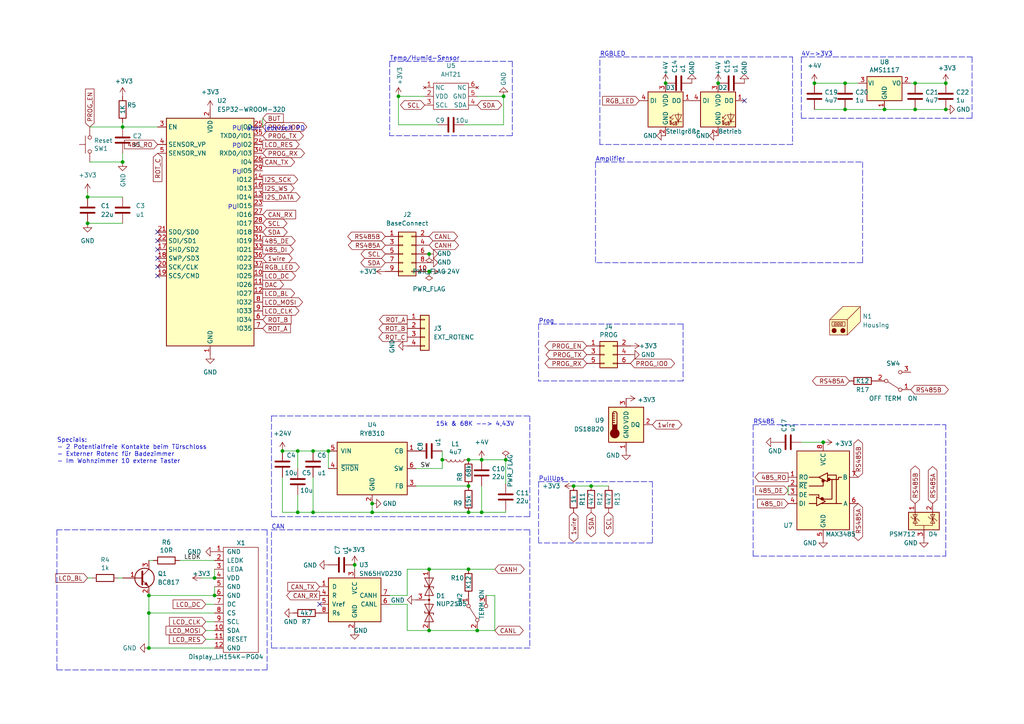
<source format=kicad_sch>
(kicad_sch (version 20211123) (generator eeschema)
  (paper "A4")
  (junction (at 236.22 24.13))
  (junction (at 314.96 54.61))
  (junction (at 124.46 73.66))
  (junction (at 107.95 148.59))
  (junction (at 43.18 187.96))
  (junction (at 193.04 24.13))
  (junction (at 352.425 128.27))
  (junction (at 135.89 148.59))
  (junction (at 307.34 149.86))
  (junction (at 265.43 31.75))
  (junction (at 138.43 182.88))
  (junction (at 107.95 146.05))
  (junction (at 62.23 172.72))
  (junction (at 124.46 165.1))
  (junction (at 314.96 72.39))
  (junction (at 115.57 27.94))
  (junction (at 124.46 78.74))
  (junction (at 135.89 165.1))
  (junction (at 81.915 130.81))
  (junction (at 95.25 130.81))
  (junction (at 245.11 24.13))
  (junction (at 139.7 133.35))
  (junction (at 361.315 135.89))
  (junction (at 245.11 31.75))
  (junction (at 329.565 139.7))
  (junction (at 86.36 130.81))
  (junction (at 208.28 24.13))
  (junction (at 139.7 148.59))
  (junction (at 146.685 133.35))
  (junction (at 35.56 46.99))
  (junction (at 314.96 46.99))
  (junction (at 43.18 177.8))
  (junction (at 128.27 133.35))
  (junction (at 314.96 67.31))
  (junction (at 25.4 57.15))
  (junction (at 25.4 64.77))
  (junction (at 322.58 158.75))
  (junction (at 323.85 46.99))
  (junction (at 124.46 182.88))
  (junction (at 166.37 140.97))
  (junction (at 43.18 172.72))
  (junction (at 171.45 140.97))
  (junction (at 238.76 128.27))
  (junction (at 274.32 24.13))
  (junction (at 135.89 140.97))
  (junction (at 102.87 163.83))
  (junction (at 62.23 167.64))
  (junction (at 90.805 130.81))
  (junction (at 135.89 133.35))
  (junction (at 341.63 161.29))
  (junction (at 307.34 168.91))
  (junction (at 265.43 24.13))
  (junction (at 274.32 31.75))
  (junction (at 90.805 148.59))
  (junction (at 340.36 156.21))
  (junction (at 361.315 128.27))
  (junction (at 86.36 148.59))
  (junction (at 35.56 36.83))
  (junction (at 256.54 31.75))
  (junction (at 146.05 27.94))
  (no_connect (at 215.9 29.21))
  (no_connect (at 92.71 175.26))
  (no_connect (at 45.72 72.39))
  (no_connect (at 45.72 69.85))
  (no_connect (at 45.72 67.31))
  (no_connect (at 45.72 80.01))
  (no_connect (at 45.72 77.47))
  (no_connect (at 45.72 74.93))
  (wire (pts (xy 340.36 149.86) (xy 340.36 156.21)))
  (wire (pts (xy 43.18 177.8) (xy 43.18 172.72)))
  (wire (pts (xy 171.45 140.97) (xy 176.53 140.97)))
  (wire (pts (xy 43.18 177.8) (xy 62.23 177.8)))
  (wire (pts (xy 307.34 149.86) (xy 307.34 156.21)))
  (wire (pts (xy 329.565 139.7) (xy 299.72 139.7)))
  (wire (pts (xy 323.85 57.15) (xy 320.04 57.15)))
  (wire (pts (xy 340.36 168.91) (xy 307.34 168.91)))
  (wire (pts (xy 81.915 148.59) (xy 86.36 148.59)))
  (polyline (pts (xy 78.74 153.67) (xy 153.67 153.67)))
  (wire (pts (xy 322.58 158.75) (xy 322.58 149.86)))
  (wire (pts (xy 299.72 128.27) (xy 309.88 128.27)))
  (wire (pts (xy 135.89 133.35) (xy 139.7 133.35)))
  (wire (pts (xy 322.58 149.86) (xy 314.96 149.86)))
  (wire (pts (xy 245.11 24.13) (xy 248.92 24.13)))
  (polyline (pts (xy 77.47 153.67) (xy 77.47 194.31)))
  (polyline (pts (xy 274.32 161.29) (xy 274.32 123.19)))
  (polyline (pts (xy 232.41 16.51) (xy 281.94 16.51)))
  (wire (pts (xy 62.23 170.18) (xy 62.23 172.72)))
  (polyline (pts (xy 281.94 16.51) (xy 281.94 34.29)))
  (wire (pts (xy 314.96 67.31) (xy 313.69 67.31)))
  (wire (pts (xy 86.36 130.81) (xy 81.915 130.81)))
  (polyline (pts (xy 173.99 41.91) (xy 173.99 16.51)))
  (wire (pts (xy 35.56 36.83) (xy 26.035 36.83)))
  (wire (pts (xy 245.11 31.75) (xy 236.22 31.75)))
  (wire (pts (xy 118.11 182.88) (xy 124.46 182.88)))
  (wire (pts (xy 139.7 148.59) (xy 139.7 140.97)))
  (wire (pts (xy 95.25 130.81) (xy 90.805 130.81)))
  (wire (pts (xy 138.43 27.94) (xy 146.05 27.94)))
  (polyline (pts (xy 189.23 139.7) (xy 189.23 157.48)))
  (wire (pts (xy 35.56 167.64) (xy 34.29 167.64)))
  (wire (pts (xy 349.885 139.7) (xy 349.885 128.27)))
  (wire (pts (xy 327.66 133.35) (xy 329.565 133.35)))
  (wire (pts (xy 62.23 187.96) (xy 43.18 187.96)))
  (wire (pts (xy 135.89 165.1) (xy 143.51 165.1)))
  (wire (pts (xy 59.69 175.26) (xy 62.23 175.26)))
  (wire (pts (xy 107.95 148.59) (xy 107.95 146.05)))
  (polyline (pts (xy 148.59 17.78) (xy 148.59 39.37)))
  (polyline (pts (xy 156.21 139.7) (xy 156.21 157.48)))
  (wire (pts (xy 128.27 130.81) (xy 128.27 133.35)))
  (wire (pts (xy 337.82 135.89) (xy 337.82 133.35)))
  (polyline (pts (xy 153.67 149.86) (xy 153.67 120.65)))
  (polyline (pts (xy 297.18 144.78) (xy 354.33 144.78)))
  (polyline (pts (xy 339.09 40.64) (xy 339.09 92.71)))
  (wire (pts (xy 120.65 135.89) (xy 128.27 135.89)))
  (wire (pts (xy 115.57 36.195) (xy 127 36.195)))
  (wire (pts (xy 274.32 31.75) (xy 265.43 31.75)))
  (wire (pts (xy 43.18 187.96) (xy 43.18 177.8)))
  (wire (pts (xy 341.63 158.75) (xy 341.63 161.29)))
  (wire (pts (xy 123.19 27.94) (xy 115.57 27.94)))
  (polyline (pts (xy 153.67 187.96) (xy 78.74 187.96)))
  (wire (pts (xy 228.6 140.97) (xy 228.6 143.51)))
  (polyline (pts (xy 156.21 139.7) (xy 189.23 139.7)))
  (wire (pts (xy 325.12 161.29) (xy 322.58 161.29)))
  (wire (pts (xy 86.36 130.81) (xy 90.805 130.81)))
  (wire (pts (xy 314.96 72.39) (xy 313.69 72.39)))
  (wire (pts (xy 320.04 57.15) (xy 320.04 54.61)))
  (wire (pts (xy 146.05 36.195) (xy 134.62 36.195)))
  (polyline (pts (xy 281.94 34.29) (xy 232.41 34.29)))
  (polyline (pts (xy 198.12 93.98) (xy 198.12 110.49)))
  (polyline (pts (xy 78.74 120.65) (xy 78.74 149.86)))
  (polyline (pts (xy 198.12 110.49) (xy 156.21 110.49)))
  (polyline (pts (xy 113.03 17.78) (xy 148.59 17.78)))
  (wire (pts (xy 86.36 148.59) (xy 90.805 148.59)))
  (polyline (pts (xy 78.74 187.96) (xy 78.74 153.67)))
  (wire (pts (xy 62.23 167.64) (xy 62.23 165.1)))
  (wire (pts (xy 59.69 180.34) (xy 62.23 180.34)))
  (wire (pts (xy 124.46 182.88) (xy 138.43 182.88)))
  (wire (pts (xy 166.37 140.97) (xy 171.45 140.97)))
  (wire (pts (xy 340.36 161.29) (xy 341.63 161.29)))
  (wire (pts (xy 329.565 133.35) (xy 329.565 139.7)))
  (polyline (pts (xy 250.19 46.99) (xy 250.19 76.2)))
  (wire (pts (xy 330.2 64.77) (xy 330.2 67.31)))
  (wire (pts (xy 76.2 34.29) (xy 76.2 36.83)))
  (wire (pts (xy 138.43 182.88) (xy 143.51 182.88)))
  (wire (pts (xy 59.69 182.88) (xy 62.23 182.88)))
  (wire (pts (xy 62.23 162.56) (xy 52.07 162.56)))
  (wire (pts (xy 146.685 148.59) (xy 146.685 147.955)))
  (wire (pts (xy 124.46 165.1) (xy 118.11 165.1)))
  (polyline (pts (xy 297.18 144.78) (xy 297.18 175.26)))
  (wire (pts (xy 35.56 46.99) (xy 26.035 46.99)))
  (wire (pts (xy 320.04 54.61) (xy 314.96 54.61)))
  (wire (pts (xy 140.97 172.72) (xy 143.51 172.72)))
  (polyline (pts (xy 218.44 123.19) (xy 274.32 123.19)))
  (wire (pts (xy 325.12 156.21) (xy 325.12 149.86)))
  (polyline (pts (xy 172.72 46.99) (xy 250.19 46.99)))
  (wire (pts (xy 44.45 162.56) (xy 43.18 162.56)))
  (wire (pts (xy 62.23 172.72) (xy 43.18 172.72)))
  (wire (pts (xy 95.25 130.81) (xy 95.25 135.89)))
  (wire (pts (xy 325.12 149.86) (xy 340.36 149.86)))
  (wire (pts (xy 25.4 167.64) (xy 26.67 167.64)))
  (polyline (pts (xy 354.33 175.26) (xy 297.18 175.26)))
  (wire (pts (xy 327.66 135.89) (xy 337.82 135.89)))
  (wire (pts (xy 236.22 24.13) (xy 245.11 24.13)))
  (wire (pts (xy 143.51 172.72) (xy 143.51 182.88)))
  (polyline (pts (xy 250.19 76.2) (xy 172.72 76.2)))
  (wire (pts (xy 264.16 24.13) (xy 265.43 24.13)))
  (wire (pts (xy 314.96 46.99) (xy 313.69 46.99)))
  (wire (pts (xy 340.36 156.21) (xy 340.36 158.75)))
  (polyline (pts (xy 113.03 17.78) (xy 113.03 39.37)))
  (wire (pts (xy 25.4 55.88) (xy 25.4 57.15)))
  (wire (pts (xy 238.76 128.27) (xy 232.41 128.27)))
  (wire (pts (xy 352.425 128.27) (xy 361.315 128.27)))
  (wire (pts (xy 139.7 133.35) (xy 146.685 133.35)))
  (wire (pts (xy 35.56 44.45) (xy 35.56 46.99)))
  (polyline (pts (xy 77.47 153.67) (xy 16.51 153.67)))
  (wire (pts (xy 102.87 165.1) (xy 102.87 163.83)))
  (polyline (pts (xy 304.8 40.64) (xy 339.09 40.64)))
  (polyline (pts (xy 339.09 92.71) (xy 304.8 92.71)))
  (wire (pts (xy 35.56 36.83) (xy 45.72 36.83)))
  (wire (pts (xy 120.65 140.97) (xy 135.89 140.97)))
  (wire (pts (xy 340.36 156.21) (xy 341.63 156.21)))
  (wire (pts (xy 107.95 148.59) (xy 90.805 148.59)))
  (wire (pts (xy 332.74 46.99) (xy 332.74 43.18)))
  (wire (pts (xy 323.85 46.99) (xy 314.96 46.99)))
  (polyline (pts (xy 232.41 34.29) (xy 232.41 16.51)))
  (wire (pts (xy 124.46 165.1) (xy 135.89 165.1)))
  (wire (pts (xy 118.11 172.72) (xy 113.03 172.72)))
  (polyline (pts (xy 78.74 120.65) (xy 153.67 120.65)))
  (wire (pts (xy 349.885 128.27) (xy 352.425 128.27)))
  (polyline (pts (xy 229.87 41.91) (xy 173.99 41.91)))
  (wire (pts (xy 90.805 138.43) (xy 90.805 148.59)))
  (wire (pts (xy 323.85 46.99) (xy 332.74 46.99)))
  (polyline (pts (xy 16.51 194.31) (xy 77.47 194.31)))
  (wire (pts (xy 256.54 31.75) (xy 245.11 31.75)))
  (wire (pts (xy 25.4 64.77) (xy 35.56 64.77)))
  (wire (pts (xy 118.11 175.26) (xy 118.11 182.88)))
  (polyline (pts (xy 156.21 93.98) (xy 156.21 110.49)))
  (wire (pts (xy 139.7 148.59) (xy 146.685 148.59)))
  (wire (pts (xy 113.03 175.26) (xy 118.11 175.26)))
  (polyline (pts (xy 218.44 161.29) (xy 274.32 161.29)))
  (polyline (pts (xy 78.74 149.86) (xy 153.67 149.86)))
  (wire (pts (xy 146.05 27.94) (xy 146.05 36.195)))
  (polyline (pts (xy 189.23 157.48) (xy 156.21 157.48)))
  (wire (pts (xy 118.11 165.1) (xy 118.11 172.72)))
  (polyline (pts (xy 218.44 161.29) (xy 218.44 123.19)))
  (wire (pts (xy 86.36 135.89) (xy 86.36 130.81)))
  (wire (pts (xy 35.56 36.83) (xy 35.56 35.56)))
  (wire (pts (xy 146.685 140.335) (xy 146.685 133.35)))
  (wire (pts (xy 135.89 148.59) (xy 107.95 148.59)))
  (wire (pts (xy 329.565 139.7) (xy 349.885 139.7)))
  (polyline (pts (xy 16.51 153.67) (xy 16.51 194.31)))
  (wire (pts (xy 128.27 135.89) (xy 128.27 133.35)))
  (wire (pts (xy 265.43 31.75) (xy 256.54 31.75)))
  (wire (pts (xy 352.425 135.89) (xy 361.315 135.89)))
  (wire (pts (xy 327.66 128.27) (xy 337.82 128.27)))
  (wire (pts (xy 340.36 161.29) (xy 340.36 168.91)))
  (wire (pts (xy 299.72 149.86) (xy 299.72 152.4)))
  (polyline (pts (xy 173.99 16.51) (xy 229.87 16.51)))
  (wire (pts (xy 115.57 27.94) (xy 115.57 36.195)))
  (wire (pts (xy 322.58 161.29) (xy 322.58 158.75)))
  (wire (pts (xy 25.4 57.15) (xy 35.56 57.15)))
  (wire (pts (xy 265.43 24.13) (xy 274.32 24.13)))
  (polyline (pts (xy 198.12 93.98) (xy 156.21 93.98)))
  (polyline (pts (xy 229.87 16.51) (xy 229.87 41.91)))
  (polyline (pts (xy 172.72 46.99) (xy 172.72 76.2)))
  (wire (pts (xy 59.69 185.42) (xy 62.23 185.42)))
  (wire (pts (xy 337.82 128.27) (xy 337.82 130.81)))
  (polyline (pts (xy 354.33 144.78) (xy 354.33 175.26)))
  (polyline (pts (xy 304.8 40.64) (xy 304.8 92.71)))
  (wire (pts (xy 299.72 139.7) (xy 299.72 128.27)))
  (wire (pts (xy 62.23 167.64) (xy 58.42 167.64)))
  (polyline (pts (xy 148.59 39.37) (xy 113.03 39.37)))
  (polyline (pts (xy 153.67 153.67) (xy 153.67 187.96)))
  (wire (pts (xy 86.36 143.51) (xy 86.36 148.59)))
  (wire (pts (xy 135.89 148.59) (xy 139.7 148.59)))
  (wire (pts (xy 81.915 138.43) (xy 81.915 148.59)))
  (text "Prog" (at 156.21 93.98 0) (effects (font (size 1.27 1.27)) (justify left bottom)))
  (text "0-10V Out" (at 297.18 144.78 0) (effects (font (size 1.27 1.27)) (justify left bottom)))
  (text "PullUps" (at 156.21 139.7 0) (effects (font (size 1.27 1.27)) (justify left bottom)))
  (text "15k & 68K --> 4,43V" (at 126.365 123.825 0) (effects (font (size 1.27 1.27)) (justify left bottom)))
  (text "PU, aber jederzeit PD" (at 67.31 38.1 0) (effects (font (size 1.27 1.27)) (justify left bottom)))
  (text "PU" (at 66.04 60.96 0) (effects (font (size 1.27 1.27)) (justify left bottom)))
  (text "PD" (at 67.31 43.18 0) (effects (font (size 1.27 1.27)) (justify left bottom)))
  (text "Temp/Humid-Sensor" (at 113.03 17.78 0) (effects (font (size 1.27 1.27)) (justify left bottom)))
  (text "RGBLED" (at 173.99 16.51 0) (effects (font (size 1.27 1.27)) (justify left bottom)))
  (text "4V->3V3" (at 232.41 16.51 0) (effects (font (size 1.27 1.27)) (justify left bottom)))
  (text "PU" (at 67.31 50.8 0) (effects (font (size 1.27 1.27)) (justify left bottom)))
  (text "Amplifier" (at 172.72 46.99 0) (effects (font (size 1.27 1.27)) (justify left bottom)))
  (text "Specials:\n- 2 Potentialfreie Kontakte beim Türschloss\n- Externer Rotenc für Badezimmer\n- Im Wohnzimmer 10 externe Taster" (at 16.51 134.62 0) (effects (font (size 1.27 1.27)) (justify left bottom)))
  (text "CAN" (at 78.74 153.67 0) (effects (font (size 1.27 1.27)) (justify left bottom)))
  (text "RS485" (at 218.44 123.19 0) (effects (font (size 1.27 1.27)) (justify left bottom)))
  (label "VoN" (at 330.835 135.89 0))
  (label "SW" (at 121.92 135.89 0))
  (label "VoP" (at 330.835 128.27 0))
  (label "LEDK" (at 53.34 162.56 0))
  (global_label "ROT_B" (shape input) (at 76.2 92.71 0) (property "Intersheet References" "${INTERSHEET_REFS}" (effects hide)))
  (global_label "RGB_LED" (shape output) (at 76.2 77.47 0) (property "Intersheet References" "${INTERSHEET_REFS}" (effects hide)))
  (global_label "485_DE" (shape output) (at 76.2 69.85 0) (property "Intersheet References" "${INTERSHEET_REFS}" (effects hide)))
  (global_label "I2S_DATA" (shape output) (at 76.2 57.15 0) (property "Intersheet References" "${INTERSHEET_REFS}" (effects hide)))
  (global_label "CAN_RX" (shape output) (at 92.71 172.72 180) (property "Intersheet References" "${INTERSHEET_REFS}" (effects hide)))
  (global_label "SDA" (shape bidirectional) (at 111.76 76.2 180) (property "Intersheet References" "${INTERSHEET_REFS}" (effects hide)))
  (global_label "PROG_IO0" (shape bidirectional) (at 182.88 105.41 0) (property "Intersheet References" "${INTERSHEET_REFS}" (effects hide)))
  (global_label "ROT_A" (shape output) (at 313.69 72.39 180) (property "Intersheet References" "${INTERSHEET_REFS}" (effects hide)))
  (global_label "485_RO" (shape output) (at 228.6 138.43 180) (property "Intersheet References" "${INTERSHEET_REFS}" (effects hide)))
  (global_label "CAN_RX" (shape input) (at 76.2 62.23 0) (property "Intersheet References" "${INTERSHEET_REFS}" (effects hide)))
  (global_label "RS485B" (shape bidirectional) (at 264.16 113.03 0) (property "Intersheet References" "${INTERSHEET_REFS}" (effects hide)))
  (global_label "PROG_TX" (shape bidirectional) (at 170.18 102.87 180) (property "Intersheet References" "${INTERSHEET_REFS}" (effects hide)))
  (global_label "I2S_SCK" (shape output) (at 76.2 52.07 0) (property "Intersheet References" "${INTERSHEET_REFS}" (effects hide)))
  (global_label "CANL" (shape bidirectional) (at 124.46 68.58 0) (property "Intersheet References" "${INTERSHEET_REFS}" (effects hide)))
  (global_label "RS485A" (shape bidirectional) (at 111.76 71.12 180) (property "Intersheet References" "${INTERSHEET_REFS}" (effects hide)))
  (global_label "LCD_DC" (shape output) (at 76.2 80.01 0) (property "Intersheet References" "${INTERSHEET_REFS}" (effects hide)))
  (global_label "LCD_MOSI" (shape input) (at 59.69 182.88 180) (property "Intersheet References" "${INTERSHEET_REFS}" (effects hide)))
  (global_label "CAN_TX" (shape input) (at 92.71 170.18 180) (property "Intersheet References" "${INTERSHEET_REFS}" (effects hide)))
  (global_label "SCL" (shape bidirectional) (at 123.19 30.48 180) (property "Intersheet References" "${INTERSHEET_REFS}" (effects hide)))
  (global_label "LCD_RES" (shape output) (at 76.2 41.91 0) (property "Intersheet References" "${INTERSHEET_REFS}" (effects hide)))
  (global_label "DAC" (shape output) (at 76.2 82.55 0) (property "Intersheet References" "${INTERSHEET_REFS}" (effects hide)))
  (global_label "CANH" (shape bidirectional) (at 124.46 71.12 0) (property "Intersheet References" "${INTERSHEET_REFS}" (effects hide)))
  (global_label "SDA" (shape bidirectional) (at 138.43 30.48 0) (property "Intersheet References" "${INTERSHEET_REFS}" (effects hide)))
  (global_label "ROT_A" (shape input) (at 76.2 95.25 0) (property "Intersheet References" "${INTERSHEET_REFS}" (effects hide)))
  (global_label "LCD_RES" (shape input) (at 59.69 185.42 180) (property "Intersheet References" "${INTERSHEET_REFS}" (effects hide)))
  (global_label "BUT" (shape output) (at 313.69 46.99 180) (property "Intersheet References" "${INTERSHEET_REFS}" (effects hide)))
  (global_label "ROT_A" (shape output) (at 118.11 92.71 180) (property "Intersheet References" "${INTERSHEET_REFS}" (effects hide)))
  (global_label "LCD_CLK" (shape output) (at 76.2 90.17 0) (property "Intersheet References" "${INTERSHEET_REFS}" (effects hide)))
  (global_label "PROG_RX" (shape bidirectional) (at 76.2 44.45 0) (property "Intersheet References" "${INTERSHEET_REFS}" (effects hide)))
  (global_label "LCD_CLK" (shape input) (at 59.69 180.34 180) (property "Intersheet References" "${INTERSHEET_REFS}" (effects hide)))
  (global_label "LCD_MOSI" (shape output) (at 76.2 87.63 0) (property "Intersheet References" "${INTERSHEET_REFS}" (effects hide)))
  (global_label "I2S_DATA" (shape input) (at 309.88 135.89 180) (property "Intersheet References" "${INTERSHEET_REFS}" (effects hide)))
  (global_label "PROG_RX" (shape bidirectional) (at 170.18 105.41 180) (property "Intersheet References" "${INTERSHEET_REFS}" (effects hide)))
  (global_label "BUT" (shape input) (at 76.2 34.29 0) (property "Intersheet References" "${INTERSHEET_REFS}" (effects hide)))
  (global_label "CAN_TX" (shape output) (at 76.2 46.99 0) (property "Intersheet References" "${INTERSHEET_REFS}" (effects hide)))
  (global_label "PROG_IO0" (shape bidirectional) (at 76.2 36.83 0) (property "Intersheet References" "${INTERSHEET_REFS}" (effects hide)))
  (global_label "SCL" (shape bidirectional) (at 76.2 64.77 0) (property "Intersheet References" "${INTERSHEET_REFS}" (effects hide)))
  (global_label "485_DI" (shape input) (at 228.6 146.05 180) (property "Intersheet References" "${INTERSHEET_REFS}" (effects hide)))
  (global_label "1wire" (shape bidirectional) (at 166.37 148.59 270) (property "Intersheet References" "${INTERSHEET_REFS}" (effects hide)))
  (global_label "ROT_B" (shape output) (at 118.11 95.25 180) (property "Intersheet References" "${INTERSHEET_REFS}" (effects hide)))
  (global_label "ROT_C" (shape output) (at 330.2 67.31 0) (property "Intersheet References" "${INTERSHEET_REFS}" (effects hide)))
  (global_label "PROG_EN" (shape input) (at 26.035 36.83 90) (property "Intersheet References" "${INTERSHEET_REFS}" (effects hide)))
  (global_label "ROT_C" (shape output) (at 118.11 97.79 180) (property "Intersheet References" "${INTERSHEET_REFS}" (effects hide)))
  (global_label "PROG_TX" (shape bidirectional) (at 76.2 39.37 0) (property "Intersheet References" "${INTERSHEET_REFS}" (effects hide)))
  (global_label "I2S_SCK" (shape input) (at 309.88 133.35 180) (property "Intersheet References" "${INTERSHEET_REFS}" (effects hide)))
  (global_label "RS485A" (shape bidirectional) (at 270.51 146.05 90) (property "Intersheet References" "${INTERSHEET_REFS}" (effects hide)))
  (global_label "ROT_B" (shape output) (at 313.69 67.31 180) (property "Intersheet References" "${INTERSHEET_REFS}" (effects hide)))
  (global_label "RS485A" (shape bidirectional) (at 246.38 110.49 180) (property "Intersheet References" "${INTERSHEET_REFS}" (effects hide)))
  (global_label "SDA" (shape bidirectional) (at 171.45 148.59 270) (property "Intersheet References" "${INTERSHEET_REFS}" (effects hide)))
  (global_label "LCD_DC" (shape input) (at 59.69 175.26 180) (property "Intersheet References" "${INTERSHEET_REFS}" (effects hide)))
  (global_label "LCD_BL" (shape output) (at 76.2 85.09 0) (property "Intersheet References" "${INTERSHEET_REFS}" (effects hide)))
  (global_label "485_DE" (shape input) (at 228.6 142.24 180) (property "Intersheet References" "${INTERSHEET_REFS}" (effects hide)))
  (global_label "SDA" (shape bidirectional) (at 76.2 67.31 0) (property "Intersheet References" "${INTERSHEET_REFS}" (effects hide)))
  (global_label "RGB_LED" (shape input) (at 185.42 29.21 180) (property "Intersheet References" "${INTERSHEET_REFS}" (effects hide)))
  (global_label "LCD_BL" (shape input) (at 25.4 167.64 180) (property "Intersheet References" "${INTERSHEET_REFS}" (effects hide)))
  (global_label "PROG_EN" (shape bidirectional) (at 170.18 100.33 180) (property "Intersheet References" "${INTERSHEET_REFS}" (effects hide)))
  (global_label "DAC" (shape input) (at 307.34 161.29 180) (property "Intersheet References" "${INTERSHEET_REFS}" (effects hide)))
  (global_label "SCL" (shape bidirectional) (at 176.53 148.59 270) (property "Intersheet References" "${INTERSHEET_REFS}" (effects hide)))
  (global_label "CANL" (shape bidirectional) (at 143.51 182.88 0) (property "Intersheet References" "${INTERSHEET_REFS}" (effects hide)))
  (global_label "1wire" (shape bidirectional) (at 76.2 74.93 0) (property "Intersheet References" "${INTERSHEET_REFS}" (effects hide)))
  (global_label "ROT_C" (shape input) (at 45.72 44.45 270) (property "Intersheet References" "${INTERSHEET_REFS}" (effects hide)))
  (global_label "CANH" (shape bidirectional) (at 143.51 165.1 0) (property "Intersheet References" "${INTERSHEET_REFS}" (effects hide)))
  (global_label "I2S_WS" (shape output) (at 76.2 54.61 0) (property "Intersheet References" "${INTERSHEET_REFS}" (effects hide)))
  (global_label "RS485B" (shape bidirectional) (at 248.92 138.43 90) (property "Intersheet References" "${INTERSHEET_REFS}" (effects hide)))
  (global_label "485_DI" (shape output) (at 76.2 72.39 0) (property "Intersheet References" "${INTERSHEET_REFS}" (effects hide)))
  (global_label "RS485A" (shape bidirectional) (at 248.92 146.05 270) (property "Intersheet References" "${INTERSHEET_REFS}" (effects hide)))
  (global_label "RS485B" (shape bidirectional) (at 265.43 146.05 90) (property "Intersheet References" "${INTERSHEET_REFS}" (effects hide)))
  (global_label "1wire" (shape bidirectional) (at 189.23 123.19 0) (property "Intersheet References" "${INTERSHEET_REFS}" (effects hide)))
  (global_label "485_RO" (shape input) (at 45.72 41.91 180) (property "Intersheet References" "${INTERSHEET_REFS}" (effects hide)))
  (global_label "RS485B" (shape bidirectional) (at 111.76 68.58 180) (property "Intersheet References" "${INTERSHEET_REFS}" (effects hide)))
  (global_label "I2S_WS" (shape input) (at 309.88 130.81 180) (property "Intersheet References" "${INTERSHEET_REFS}" (effects hide)))
  (global_label "SCL" (shape bidirectional) (at 111.76 73.66 180) (property "Intersheet References" "${INTERSHEET_REFS}" (effects hide)))
  (symbol (lib_id "Amplifier_Operational:LM358") (at 332.74 158.75 0) (mirror x) (unit 2)
    (property "Reference" "U1" (at 332.74 153.67 0))
    (property "Value" "LM358" (at 334.01 163.83 0))
    (property "Footprint" "Package_SO:SOIC-8_3.9x4.9mm_P1.27mm" (effects hide))
    (property "Datasheet" "http://www.ti.com/lit/ds/symlink/lm2904-n.pdf" (effects hide))
  )
  (symbol (lib_id "power:+24V") (at 124.46 78.74 270) (unit 1)
    (property "Reference" "#PWR019" (effects hide))
    (property "Value" "+24V" (at 133.35 78.74 90) (effects (justify right)))
  )
  (symbol (lib_id "Switch:SW_SPDT") (at 138.43 177.8 90) (unit 1)
    (property "Reference" "SW2" (at 133.35 173.99 0))
    (property "Value" "TERM ON" (at 139.7 175.26 0))
    (property "Footprint" "liebler_MECH:Switch_SS12D00" (effects hide))
  )
  (symbol (lib_id "liebler_SEMICONDUCTORS:AHT21") (at 130.81 27.94 0) (unit 1)
    (property "Reference" "U5" (at 130.81 19.05 0))
    (property "Value" "AHT21" (at 130.81 21.59 0))
    (property "Footprint" "liebler_SEMICONDUCTORS:AHT21" (effects hide))
  )
  (symbol (lib_id "power:+24V") (at 359.41 152.4 0) (unit 1)
    (property "Reference" "#PWR059" (effects hide))
    (property "Value" "+24V" (at 359.41 147.32 0))
  )
  (symbol (lib_id "power:GND") (at 107.95 146.05 90) (unit 1)
    (property "Reference" "#PWR018" (effects hide))
    (property "Value" "GND" (at 113.03 146.05 90))
  )
  (symbol (lib_id "LED:APA-106-F5") (at 208.28 31.75 0) (unit 1)
    (property "Reference" "D2" (at 208.28 25.4 0) (effects (justify left)))
    (property "Value" "Betrieb" (at 208.28 38.1 0) (effects (justify left)))
    (property "Footprint" "LED_THT:LED_D5.0mm-4_RGB_Staggered_Pins" (effects hide))
    (property "Datasheet" "https://cdn.sparkfun.com/datasheets/Components/LED/COM-12877.pdf" (effects hide))
  )
  (symbol (lib_id "Switch:SW_SPDT") (at 259.08 110.49 0) (mirror x) (unit 1)
    (property "Reference" "SW4" (at 259.08 105.41 0))
    (property "Value" "OFF TERM  ON" (at 259.08 115.57 0))
    (property "Footprint" "liebler_MECH:Switch_SS12D00" (effects hide))
  )
  (symbol (lib_id "power:+3V3") (at 238.76 128.27 270) (unit 1)
    (property "Reference" "#PWR043" (effects hide))
    (property "Value" "+3V3" (at 242.0112 128.651 90) (effects (justify left)))
  )
  (symbol (lib_id "Device:C") (at 314.96 50.8 180) (unit 1)
    (property "Reference" "C23" (at 317.881 49.6316 0) (effects (justify right)))
    (property "Value" "u1" (at 317.881 51.943 0) (effects (justify right)))
    (property "Footprint" "Capacitor_SMD:C_0402_1005Metric" (effects hide))
  )
  (symbol (lib_id "Device:R") (at 30.48 167.64 270) (unit 1)
    (property "Reference" "R4" (at 30.48 162.3822 90))
    (property "Value" "1k" (at 30.48 164.6936 90))
    (property "Footprint" "Resistor_SMD:R_0402_1005Metric" (effects hide))
  )
  (symbol (lib_id "power:GND") (at 274.32 31.75 90) (unit 1)
    (property "Reference" "#PWR051" (effects hide))
    (property "Value" "GND" (at 279.4 31.75 90))
  )
  (symbol (lib_id "Device:C") (at 35.56 60.96 0) (unit 1)
    (property "Reference" "C3" (at 39.37 59.6899 0) (effects (justify left)))
    (property "Value" "u1" (at 39.37 62.2299 0) (effects (justify left)))
    (property "Footprint" "Capacitor_SMD:C_0402_1005Metric" (effects hide))
  )
  (symbol (lib_id "Device:C") (at 361.315 132.08 0) (unit 1)
    (property "Reference" "C13" (at 364.236 130.9116 0) (effects (justify left)))
    (property "Value" "100u" (at 364.236 133.223 0) (effects (justify left)))
    (property "Footprint" "Capacitor_SMD:C_1206_3216Metric_Pad1.33x1.80mm_HandSolder" (effects hide))
  )
  (symbol (lib_id "Device:C") (at 245.11 27.94 0) (unit 1)
    (property "Reference" "C20" (at 248.031 26.7716 0) (effects (justify left)))
    (property "Value" "1u" (at 248.031 29.083 0) (effects (justify left)))
    (property "Footprint" "Capacitor_SMD:C_0402_1005Metric" (effects hide))
  )
  (symbol (lib_id "Device:C") (at 274.32 27.94 0) (unit 1)
    (property "Reference" "C22" (at 277.241 26.7716 0) (effects (justify left)))
    (property "Value" "1u" (at 277.241 29.083 0) (effects (justify left)))
    (property "Footprint" "Capacitor_SMD:C_0402_1005Metric" (effects hide))
  )
  (symbol (lib_id "Device:R") (at 307.34 165.1 180) (unit 1)
    (property "Reference" "R2" (at 304.8 165.1 90))
    (property "Value" "10k" (at 307.34 165.1 90))
    (property "Footprint" "Resistor_SMD:R_0402_1005Metric" (effects hide))
  )
  (symbol (lib_id "power:+24V") (at 81.915 130.81 0) (unit 1)
    (property "Reference" "#PWR013" (effects hide))
    (property "Value" "+24V" (at 81.915 125.73 0))
  )
  (symbol (lib_id "power:+3V3") (at 58.42 167.64 90) (unit 1)
    (property "Reference" "#PWR09" (effects hide))
    (property "Value" "+3V3" (at 58.42 166.37 90))
  )
  (symbol (lib_id "liebler_SEMICONDUCTORS:NS4168") (at 318.77 132.08 0) (unit 1)
    (property "Reference" "U6" (at 318.77 121.92 0))
    (property "Value" "NS4168" (at 318.77 124.46 0))
    (property "Footprint" "liebler_SEMICONDUCTORS:SOIC-8_3.9x4.9mm_Pitch1.27mm_pad_handsolder" (effects hide))
  )
  (symbol (lib_id "power:PWR_FLAG") (at 124.46 78.74 180) (unit 1)
    (property "Reference" "#FLG0102" (effects hide))
    (property "Value" "PWR_FLAG" (at 124.46 83.82 0))
  )
  (symbol (lib_id "power:GND") (at 102.87 182.88 0) (unit 1)
    (property "Reference" "#PWR017" (effects hide))
    (property "Value" "GND" (at 106.68 182.88 0) (effects (justify right)))
  )
  (symbol (lib_id "power:GND") (at 35.56 46.99 0) (unit 1)
    (property "Reference" "#PWR07" (effects hide))
    (property "Value" "GND" (at 35.687 50.2412 90) (effects (justify right)))
  )
  (symbol (lib_id "Regulator_Switching:LMR14206") (at 107.95 135.89 0) (unit 1)
    (property "Reference" "U4" (at 107.95 123.19 0))
    (property "Value" "RY8310" (at 107.95 125.73 0))
    (property "Footprint" "Package_TO_SOT_SMD:SOT-23-6" (effects hide))
    (property "Datasheet" "http://www.ti.com/lit/ds/symlink/lmr14206.pdf" (effects hide))
  )
  (symbol (lib_id "Device:C") (at 130.81 36.195 90) (unit 1)
    (property "Reference" "C9" (at 127.635 34.925 90))
    (property "Value" "10u" (at 133.985 34.925 90))
    (property "Footprint" "Capacitor_SMD:C_0805_2012Metric" (effects hide))
  )
  (symbol (lib_id "Diode:SM712_SOT23") (at 124.46 173.99 270) (unit 1)
    (property "Reference" "D1" (at 126.4666 172.8216 90) (effects (justify left)))
    (property "Value" "NUP2105" (at 126.4666 175.133 90) (effects (justify left)))
    (property "Footprint" "Package_TO_SOT_SMD:SOT-23_Handsoldering" (effects hide))
    (property "Datasheet" "https://www.littelfuse.com/~/media/electronics/datasheets/tvs_diode_arrays/littelfuse_tvs_diode_array_sm712_datasheet.pdf.pdf" (effects hide))
  )
  (symbol (lib_id "power:+3V3") (at 314.96 80.01 180) (unit 1)
    (property "Reference" "#PWR055" (effects hide))
    (property "Value" "+3V3" (at 317.5 83.82 0) (effects (justify left)))
  )
  (symbol (lib_id "power:GND") (at 307.34 168.91 0) (unit 1)
    (property "Reference" "#PWR02" (effects hide))
    (property "Value" "GND" (at 307.467 173.3042 0))
  )
  (symbol (lib_id "power:+3V3") (at 102.87 163.83 0) (unit 1)
    (property "Reference" "#PWR016" (effects hide))
    (property "Value" "+3V3" (at 103.251 159.4358 0))
  )
  (symbol (lib_id "Device:R") (at 314.96 76.2 180) (unit 1)
    (property "Reference" "R19" (at 317.5 74.93 0))
    (property "Value" "1k" (at 314.96 76.2 90))
    (property "Footprint" "Resistor_SMD:R_0402_1005Metric" (effects hide))
  )
  (symbol (lib_id "Device:NetTie_2") (at 342.9 121.92 0) (unit 1)
    (property "Reference" "NT2" (at 342.9 116.84 0))
    (property "Value" "1" (at 342.9 119.38 0))
    (property "Footprint" "NetTie:NetTie-2_SMD_Pad0.5mm" (effects hide))
  )
  (symbol (lib_id "power:+3V3") (at 330.2 57.15 0) (unit 1)
    (property "Reference" "#PWR0101" (effects hide))
    (property "Value" "+3V3" (at 323.85 57.15 0) (effects (justify left)))
  )
  (symbol (lib_id "Connector_Generic:Conn_01x02") (at 342.9 130.81 0) (unit 1)
    (property "Reference" "J5" (at 344.932 131.0132 0) (effects (justify left)))
    (property "Value" "SPK" (at 344.932 133.3246 0) (effects (justify left)))
    (property "Footprint" "Connector_Wire:SolderWire-0.1sqmm_1x02_P3.6mm_D0.4mm_OD1mm" (effects hide))
  )
  (symbol (lib_id "power:GND") (at 182.88 102.87 90) (unit 1)
    (property "Reference" "#PWR030" (effects hide))
    (property "Value" "GND" (at 187.96 102.87 90))
  )
  (symbol (lib_id "Switch:SW_Push") (at 26.035 41.91 90) (mirror x) (unit 1)
    (property "Reference" "SW1" (at 27.2542 43.0784 90) (effects (justify right)))
    (property "Value" "Reset" (at 27.2542 40.767 90) (effects (justify right)))
    (property "Footprint" "Button_Switch_SMD:SW_SPST_TL3342" (effects hide))
  )
  (symbol (lib_id "Device:R") (at 328.93 43.18 90) (unit 1)
    (property "Reference" "R20" (at 328.93 45.72 90))
    (property "Value" "1k" (at 328.93 43.18 90))
    (property "Footprint" "Resistor_SMD:R_0402_1005Metric" (effects hide))
  )
  (symbol (lib_id "Regulator_Linear:AMS1117-3.3") (at 256.54 24.13 0) (unit 1)
    (property "Reference" "U8" (at 256.54 17.9832 0))
    (property "Value" "AMS1117" (at 256.54 20.2946 0))
    (property "Footprint" "Package_TO_SOT_SMD:SOT-223-3_TabPin2" (effects hide))
    (property "Datasheet" "http://www.advanced-monolithic.com/pdf/ds1117.pdf" (effects hide))
  )
  (symbol (lib_id "Device:R") (at 330.2 60.96 180) (unit 1)
    (property "Reference" "R22" (at 332.74 60.96 90))
    (property "Value" "1k" (at 330.2 60.96 90))
    (property "Footprint" "Resistor_SMD:R_0402_1005Metric" (effects hide))
  )
  (symbol (lib_id "power:GND") (at 181.61 130.81 0) (unit 1)
    (property "Reference" "#PWR062" (effects hide))
    (property "Value" "GND" (at 177.8 132.08 0))
  )
  (symbol (lib_id "power:GND") (at 43.18 187.96 270) (unit 1)
    (property "Reference" "#PWR08" (effects hide))
    (property "Value" "GND" (at 35.56 187.96 90) (effects (justify left)))
  )
  (symbol (lib_id "Device:C") (at 25.4 60.96 0) (unit 1)
    (property "Reference" "C1" (at 29.21 59.6899 0) (effects (justify left)))
    (property "Value" "22u" (at 29.21 62.2299 0) (effects (justify left)))
    (property "Footprint" "Capacitor_SMD:C_0603_1608Metric" (effects hide))
  )
  (symbol (lib_id "power:GND") (at 314.96 54.61 0) (mirror y) (unit 1)
    (property "Reference" "#PWR052" (effects hide))
    (property "Value" "GND" (at 312.42 54.61 0))
  )
  (symbol (lib_id "power:+3V3") (at 325.12 43.18 90) (unit 1)
    (property "Reference" "#PWR056" (effects hide))
    (property "Value" "+3V3" (at 326.39 45.085 90) (effects (justify left)))
  )
  (symbol (lib_id "LED:APA-106-F5") (at 193.04 31.75 0) (unit 1)
    (property "Reference" "D3" (at 193.04 25.4 0) (effects (justify left)))
    (property "Value" "Stellgröße" (at 193.04 38.1 0) (effects (justify left)))
    (property "Footprint" "LED_THT:LED_D5.0mm-4_RGB_Staggered_Pins" (effects hide))
    (property "Datasheet" "https://cdn.sparkfun.com/datasheets/Components/LED/COM-12877.pdf" (effects hide))
  )
  (symbol (lib_id "power:+3V3") (at 314.96 59.69 0) (unit 1)
    (property "Reference" "#PWR053" (effects hide))
    (property "Value" "+3V3" (at 308.61 59.69 0) (effects (justify left)))
  )
  (symbol (lib_id "power:GND") (at 124.46 76.2 90) (unit 1)
    (property "Reference" "#PWR020" (effects hide))
    (property "Value" "GND" (at 128.8542 76.073 90))
  )
  (symbol (lib_id "Sensor_Temperature:DS18B20") (at 181.61 123.19 0) (unit 1)
    (property "Reference" "U9" (at 175.26 121.9199 0) (effects (justify right)))
    (property "Value" "DS18B20" (at 175.26 124.4599 0) (effects (justify right)))
    (property "Footprint" "Package_TO_SOT_THT:TO-92_HandSolder" (effects hide))
    (property "Datasheet" "http://datasheets.maximintegrated.com/en/ds/DS18B20.pdf" (effects hide))
  )
  (symbol (lib_id "Device:C") (at 228.6 128.27 270) (unit 1)
    (property "Reference" "C17" (at 227.4316 125.349 0) (effects (justify right)))
    (property "Value" "u1" (at 229.743 125.349 0) (effects (justify right)))
    (property "Footprint" "Capacitor_SMD:C_0402_1005Metric" (effects hide))
  )
  (symbol (lib_id "power:+4V") (at 193.04 24.13 0) (unit 1)
    (property "Reference" "#PWR032" (effects hide))
    (property "Value" "+4V" (at 193.04 17.78 90) (effects (justify right)))
  )
  (symbol (lib_id "Connector_Generic:Conn_02x05_Odd_Even") (at 116.84 73.66 0) (unit 1)
    (property "Reference" "J2" (at 118.11 62.23 0))
    (property "Value" "BaseConnect" (at 118.11 64.77 0))
    (property "Footprint" "Connector_IDC:IDC-Header_2x05_P2.54mm_Vertical" (effects hide))
  )
  (symbol (lib_id "power:GNDA") (at 361.315 135.89 90) (unit 1)
    (property "Reference" "#PWR0104" (effects hide))
    (property "Value" "GNDA" (at 365.125 135.8899 90) (effects (justify right)))
  )
  (symbol (lib_id "power:+3V3") (at 25.4 55.88 0) (unit 1)
    (property "Reference" "#PWR04" (effects hide))
    (property "Value" "+3V3" (at 25.4 50.8 0))
  )
  (symbol (lib_id "power:+3V3") (at 60.96 31.75 0) (unit 1)
    (property "Reference" "#PWR010" (effects hide))
    (property "Value" "+3V3" (at 60.96 26.67 0))
  )
  (symbol (lib_id "power:GND") (at 299.72 152.4 0) (unit 1)
    (property "Reference" "#PWR01" (effects hide))
    (property "Value" "GND" (at 299.847 156.7942 0))
  )
  (symbol (lib_id "Interface_CAN_LIN:SN65HVD230") (at 102.87 172.72 0) (unit 1)
    (property "Reference" "U3" (at 104.14 163.83 0) (effects (justify left)))
    (property "Value" "SN65HVD230" (at 104.14 166.37 0) (effects (justify left)))
    (property "Footprint" "Package_SO:SOIC-8_3.9x4.9mm_P1.27mm" (effects hide))
    (property "Datasheet" "http://www.ti.com/lit/ds/symlink/sn65hvd230.pdf" (effects hide))
  )
  (symbol (lib_id "Device:R") (at 135.89 168.91 180) (unit 1)
    (property "Reference" "R10" (at 134.62 167.64 0) (effects (justify left)))
    (property "Value" "K12" (at 135.89 168.91 90))
    (property "Footprint" "Resistor_SMD:R_1206_3216Metric_Pad1.30x1.75mm_HandSolder" (effects hide))
  )
  (symbol (lib_id "power:+3V3") (at 166.37 140.97 90) (unit 1)
    (property "Reference" "#PWR027" (effects hide))
    (property "Value" "+3V3" (at 162.56 140.97 90) (effects (justify left)))
  )
  (symbol (lib_id "power:GND") (at 95.25 163.83 270) (unit 1)
    (property "Reference" "#PWR015" (effects hide))
    (property "Value" "GND" (at 91.9988 163.957 90) (effects (justify right)))
  )
  (symbol (lib_id "Device:R") (at 311.15 149.86 270) (unit 1)
    (property "Reference" "R3" (at 311.15 147.32 90))
    (property "Value" "22k" (at 311.15 149.86 90))
    (property "Footprint" "Resistor_SMD:R_0402_1005Metric" (effects hide))
    (property "Option" "Sound only" (effects hide))
  )
  (symbol (lib_id "power:GNDA") (at 327.66 130.81 90) (unit 1)
    (property "Reference" "#PWR0102" (effects hide))
    (property "Value" "GNDA" (at 331.47 130.8099 90) (effects (justify right)))
  )
  (symbol (lib_id "Device:C") (at 196.85 24.13 90) (unit 1)
    (property "Reference" "C14" (at 195.6816 21.209 0) (effects (justify left)))
    (property "Value" "u1" (at 197.993 21.209 0) (effects (justify left)))
    (property "Footprint" "Capacitor_SMD:C_0402_1005Metric" (effects hide))
  )
  (symbol (lib_id "power:+3V3") (at 181.61 115.57 270) (unit 1)
    (property "Reference" "#PWR061" (effects hide))
    (property "Value" "+3V3" (at 184.8612 115.951 90) (effects (justify left)))
  )
  (symbol (lib_id "power:GND") (at 146.05 27.94 180) (unit 1)
    (property "Reference" "#PWR026" (effects hide))
    (property "Value" "GND" (at 146.05 22.86 90))
  )
  (symbol (lib_id "Device:C") (at 236.22 27.94 180) (unit 1)
    (property "Reference" "C19" (at 239.141 26.7716 0) (effects (justify right)))
    (property "Value" "4u7" (at 239.141 29.083 0) (effects (justify right)))
    (property "Footprint" "Capacitor_SMD:C_0402_1005Metric" (effects hide))
  )
  (symbol (lib_id "power:GND") (at 215.9 24.13 180) (unit 1)
    (property "Reference" "#PWR039" (effects hide))
    (property "Value" "GND" (at 215.9 19.685 90))
  )
  (symbol (lib_id "power:GND") (at 193.04 39.37 270) (unit 1)
    (property "Reference" "#PWR033" (effects hide))
    (property "Value" "GND" (at 188.595 39.37 90))
  )
  (symbol (lib_id "power:GND") (at 267.97 156.21 0) (unit 1)
    (property "Reference" "#PWR049" (effects hide))
    (property "Value" "GND" (at 264.16 157.48 0))
  )
  (symbol (lib_id "Device:C") (at 35.56 40.64 0) (unit 1)
    (property "Reference" "C2" (at 38.481 39.4716 0) (effects (justify left)))
    (property "Value" "u1" (at 38.481 41.783 0) (effects (justify left)))
    (property "Footprint" "Capacitor_SMD:C_0402_1005Metric" (effects hide))
  )
  (symbol (lib_id "RF_Module:ESP32-WROOM-32D") (at 60.96 67.31 0) (unit 1)
    (property "Reference" "U2" (at 62.9794 29.21 0) (effects (justify left)))
    (property "Value" "ESP32-WROOM-32D" (at 62.9794 31.75 0) (effects (justify left)))
    (property "Footprint" "RF_Module:ESP32-WROOM-32" (effects hide))
    (property "Datasheet" "https://www.espressif.com/sites/default/files/documentation/esp32-wroom-32d_esp32-wroom-32u_datasheet_en.pdf" (effects hide))
  )
  (symbol (lib_id "Device:R") (at 88.9 177.8 90) (unit 1)
    (property "Reference" "R7" (at 90.17 180.34 90) (effects (justify left)))
    (property "Value" "4k7" (at 88.9 177.8 90))
    (property "Footprint" "Resistor_SMD:R_0402_1005Metric" (effects hide))
  )
  (symbol (lib_id "power:GND") (at 314.96 69.85 270) (unit 1)
    (property "Reference" "#PWR054" (effects hide))
    (property "Value" "GND" (at 309.88 69.85 90))
  )
  (symbol (lib_id "power:GND") (at 62.23 160.02 270) (unit 1)
    (property "Reference" "#PWR012" (effects hide))
    (property "Value" "GND" (at 58.42 160.02 90) (effects (justify right)))
  )
  (symbol (lib_id "power:+4V") (at 139.7 133.35 0) (unit 1)
    (property "Reference" "#PWR025" (effects hide))
    (property "Value" "+4V" (at 139.7 128.27 0))
  )
  (symbol (lib_id "power:GND") (at 208.28 39.37 270) (unit 1)
    (property "Reference" "#PWR037" (effects hide))
    (property "Value" "GND" (at 203.835 39.37 90))
  )
  (symbol (lib_id "Connector_Generic:Conn_01x04") (at 346.71 158.75 0) (unit 1)
    (property "Reference" "J1" (at 348.742 158.9532 0) (effects (justify left)))
    (property "Value" "AOUT" (at 348.742 161.2646 0) (effects (justify left)))
    (property "Footprint" "Connector_JST:JST_XH_S4B-XH-A_1x04_P2.50mm_Horizontal" (effects hide))
  )
  (symbol (lib_id "power:GND") (at 85.09 177.8 270) (unit 1)
    (property "Reference" "#PWR014" (effects hide))
    (property "Value" "GND" (at 86.36 180.34 90) (effects (justify right)))
  )
  (symbol (lib_id "Amplifier_Operational:LM358") (at 314.96 158.75 0) (mirror x) (unit 1)
    (property "Reference" "U1" (at 314.96 153.67 0))
    (property "Value" "LM358" (at 314.96 163.83 0))
    (property "Footprint" "Package_SO:SOIC-8_3.9x4.9mm_P1.27mm" (effects hide))
    (property "Datasheet" "http://www.ti.com/lit/ds/symlink/lm2904-n.pdf" (effects hide))
  )
  (symbol (lib_id "Device:R") (at 35.56 31.75 0) (unit 1)
    (property "Reference" "R5" (at 36.83 30.48 0) (effects (justify left)))
    (property "Value" "1K" (at 35.56 31.75 90))
    (property "Footprint" "Resistor_SMD:R_0402_1005Metric" (effects hide))
  )
  (symbol (lib_id "power:GND") (at 120.65 173.99 270) (unit 1)
    (property "Reference" "#PWR023" (effects hide))
    (property "Value" "GND" (at 117.3988 174.117 90) (effects (justify right)))
  )
  (symbol (lib_id "Device:L") (at 132.08 133.35 270) (unit 1)
    (property "Reference" "L1" (at 132.08 128.7526 90))
    (property "Value" "4u7" (at 132.08 131.064 90))
    (property "Footprint" "Inductor_SMD:L_Abracon_ASPI-0630LR" (effects hide))
    (property "Datasheet" "C408449" (effects hide))
  )
  (symbol (lib_id "Power_Protection:NUP2105L") (at 267.97 151.13 0) (unit 1)
    (property "Reference" "D4" (at 269.24 154.94 0) (effects (justify left)))
    (property "Value" "PSM712" (at 257.81 154.94 0) (effects (justify left)))
    (property "Footprint" "Package_TO_SOT_SMD:SOT-23_Handsoldering" (effects hide))
    (property "Datasheet" "http://www.onsemi.com/pub_link/Collateral/NUP2105L-D.PDF" (effects hide))
  )
  (symbol (lib_id "Transistor_BJT:BC817") (at 40.64 167.64 0) (unit 1)
    (property "Reference" "Q1" (at 45.72 166.3699 0) (effects (justify left)))
    (property "Value" "BC817" (at 45.72 168.9099 0) (effects (justify left)))
    (property "Footprint" "liebler_SEMICONDUCTORS:SOT-23_smaller" (effects hide))
    (property "Datasheet" "https://www.onsemi.com/pub/Collateral/BC818-D.pdf" (effects hide))
  )
  (symbol (lib_id "power:GND") (at 200.66 24.13 180) (unit 1)
    (property "Reference" "#PWR035" (effects hide))
    (property "Value" "GND" (at 200.66 19.685 90))
  )
  (symbol (lib_id "power:+4V") (at 236.22 24.13 0) (unit 1)
    (property "Reference" "#PWR042" (effects hide))
    (property "Value" "+4V" (at 236.22 19.05 0))
  )
  (symbol (lib_id "Device:C") (at 352.425 132.08 0) (unit 1)
    (property "Reference" "C12" (at 355.346 130.9116 0) (effects (justify left)))
    (property "Value" "1u" (at 355.346 133.223 0) (effects (justify left)))
    (property "Footprint" "Capacitor_SMD:C_0402_1005Metric" (effects hide))
  )
  (symbol (lib_id "power:GND") (at 124.46 73.66 90) (unit 1)
    (property "Reference" "#PWR0106" (effects hide))
    (property "Value" "GND" (at 128.8542 73.533 90))
  )
  (symbol (lib_id "power:+24V") (at 341.63 163.83 180) (unit 1)
    (property "Reference" "#PWR03" (effects hide))
    (property "Value" "+24V" (at 341.63 168.91 0))
  )
  (symbol (lib_id "power:GND") (at 224.79 128.27 270) (unit 1)
    (property "Reference" "#PWR040" (effects hide))
    (property "Value" "GND" (at 224.79 130.81 90))
  )
  (symbol (lib_id "Interface_UART:MAX3485") (at 238.76 140.97 0) (unit 1)
    (property "Reference" "U7" (at 228.6 152.4 0))
    (property "Value" "MAX3485" (at 243.84 154.94 0))
    (property "Footprint" "Package_SO:SOIC-8_3.9x4.9mm_P1.27mm" (effects hide))
    (property "Datasheet" "https://datasheets.maximintegrated.com/en/ds/MAX3483-MAX3491.pdf" (effects hide))
  )
  (symbol (lib_id "Device:R") (at 303.53 149.86 90) (unit 1)
    (property "Reference" "R1" (at 303.53 147.32 90))
    (property "Value" "10k" (at 303.53 149.86 90))
    (property "Footprint" "Resistor_SMD:R_0402_1005Metric" (effects hide))
  )
  (symbol (lib_id "power:GND") (at 359.41 167.64 0) (unit 1)
    (property "Reference" "#PWR060" (effects hide))
    (property "Value" "GND" (at 359.537 172.0342 0))
  )
  (symbol (lib_id "Device:C") (at 124.46 130.81 270) (unit 1)
    (property "Reference" "C8" (at 121.92 129.54 0))
    (property "Value" "u1" (at 127 128.27 0))
    (property "Footprint" "Capacitor_SMD:C_0402_1005Metric" (effects hide))
  )
  (symbol (lib_id "Device:FerriteBead") (at 361.315 124.46 0) (unit 1)
    (property "Reference" "FB1" (at 365.76 123.1391 0) (effects (justify left)))
    (property "Value" "100R" (at 365.76 125.6791 0) (effects (justify left)))
    (property "Footprint" "Inductor_SMD:L_0805_2012Metric" (effects hide))
  )
  (symbol (lib_id "Device:R") (at 314.96 63.5 180) (unit 1)
    (property "Reference" "R18" (at 317.5 62.23 0))
    (property "Value" "1k" (at 314.96 63.5 90))
    (property "Footprint" "Resistor_SMD:R_0402_1005Metric" (effects hide))
  )
  (symbol (lib_id "Device:C") (at 265.43 27.94 180) (unit 1)
    (property "Reference" "C21" (at 268.351 26.7716 0) (effects (justify right)))
    (property "Value" "4u7" (at 268.351 29.083 0) (effects (justify right)))
    (property "Footprint" "Capacitor_SMD:C_0402_1005Metric" (effects hide))
  )
  (symbol (lib_id "Device:C") (at 90.805 134.62 180) (unit 1)
    (property "Reference" "C6" (at 93.345 132.08 0))
    (property "Value" "u1" (at 93.345 137.16 0))
    (property "Footprint" "Capacitor_SMD:C_0402_1005Metric" (effects hide))
  )
  (symbol (lib_id "Device:C") (at 99.06 163.83 90) (unit 1)
    (property "Reference" "C7" (at 97.8916 160.909 0) (effects (justify left)))
    (property "Value" "u1" (at 100.203 160.909 0) (effects (justify left)))
    (property "Footprint" "Capacitor_SMD:C_0402_1005Metric" (effects hide))
  )
  (symbol (lib_id "Device:R") (at 250.19 110.49 90) (unit 1)
    (property "Reference" "R17" (at 250.19 113.03 90))
    (property "Value" "K12" (at 250.19 110.49 90))
    (property "Footprint" "Resistor_SMD:R_1206_3216Metric_Pad1.30x1.75mm_HandSolder" (effects hide))
  )
  (symbol (lib_id "Connector_Generic:Conn_01x04") (at 123.19 95.25 0) (unit 1)
    (property "Reference" "J3" (at 125.73 95.2499 0) (effects (justify left)))
    (property "Value" "EXT_ROTENC" (at 125.73 97.7899 0) (effects (justify left)))
    (property "Footprint" "Connector_PinHeader_2.54mm:PinHeader_1x04_P2.54mm_Vertical" (effects hide))
  )
  (symbol (lib_id "Device:R") (at 166.37 144.78 180) (unit 1)
    (property "Reference" "R11" (at 168.91 144.78 90))
    (property "Value" "1k" (at 166.37 144.78 90))
    (property "Footprint" "Resistor_SMD:R_0603_1608Metric" (effects hide))
  )
  (symbol (lib_id "power:+4V") (at 361.315 120.65 0) (unit 1)
    (property "Reference" "#PWR0103" (effects hide))
    (property "Value" "+4V" (at 361.315 114.3 90) (effects (justify right)))
  )
  (symbol (lib_id "Device:Rotary_Encoder_Switch") (at 322.58 69.85 0) (unit 1)
    (property "Reference" "SW5" (at 321.31 63.5 0))
    (property "Value" "YELLOW" (at 322.58 73.66 0))
    (property "Footprint" "liebler_MECH:RotaryEncoder_Alps_EC11E-Switch_Vertical_H20mm" (effects hide))
  )
  (symbol (lib_id "power:GND") (at 25.4 64.77 0) (unit 1)
    (property "Reference" "#PWR05" (effects hide))
    (property "Value" "GND" (at 25.4 69.85 0))
  )
  (symbol (lib_id "Device:R") (at 48.26 162.56 270) (unit 1)
    (property "Reference" "R6" (at 48.26 157.3022 90))
    (property "Value" "10R" (at 48.26 159.6136 90))
    (property "Footprint" "Resistor_SMD:R_0805_2012Metric" (effects hide))
  )
  (symbol (lib_id "power:+3V3") (at 115.57 27.94 0) (unit 1)
    (property "Reference" "#PWR021" (effects hide))
    (property "Value" "+3V3" (at 115.951 24.6888 90) (effects (justify left)))
  )
  (symbol (lib_id "power:GND") (at 238.76 156.21 0) (unit 1)
    (property "Reference" "#PWR044" (effects hide))
    (property "Value" "GND" (at 234.95 157.48 0))
  )
  (symbol (lib_id "Device:R") (at 135.89 144.78 180) (unit 1)
    (property "Reference" "R9" (at 134.112 145.9484 0) (effects (justify left)))
    (property "Value" "15k" (at 135.89 143.51 90) (effects (justify left)))
    (property "Footprint" "Resistor_SMD:R_0402_1005Metric" (effects hide))
  )
  (symbol (lib_id "Device:C") (at 146.685 144.145 0) (unit 1)
    (property "Reference" "C11" (at 149.606 142.9766 0) (effects (justify left)))
    (property "Value" "22u" (at 149.606 145.288 0) (effects (justify left)))
    (property "Footprint" "Capacitor_SMD:C_0603_1608Metric" (effects hide))
  )
  (symbol (lib_id "power:GND") (at 330.2 72.39 0) (unit 1)
    (property "Reference" "#PWR057" (effects hide))
    (property "Value" "GND" (at 330.2 76.2 0))
  )
  (symbol (lib_id "Device:C") (at 139.7 137.16 0) (unit 1)
    (property "Reference" "C10" (at 142.621 135.9916 0) (effects (justify left)))
    (property "Value" "22u" (at 142.621 138.303 0) (effects (justify left)))
    (property "Footprint" "Capacitor_SMD:C_0603_1608Metric" (effects hide))
  )
  (symbol (lib_id "power:+3V3") (at 35.56 27.94 0) (unit 1)
    (property "Reference" "#PWR06" (effects hide))
    (property "Value" "+3V3" (at 35.941 23.5458 0))
  )
  (symbol (lib_id "power:PWR_FLAG") (at 146.685 133.35 0) (unit 1)
    (property "Reference" "#FLG01" (effects hide))
    (property "Value" "PWR_FLAG" (at 147.955 136.525 90))
  )
  (symbol (lib_id "Amplifier_Operational:LM358") (at 361.95 160.02 0) (unit 3)
    (property "Reference" "U1" (at 361.95 158.7499 0) (effects (justify left)))
    (property "Value" "LM358" (at 361.95 161.2899 0) (effects (justify left)))
    (property "Datasheet" "http://www.ti.com/lit/ds/symlink/lm2904-n.pdf" (effects hide))
  )
  (symbol (lib_id "Device:C") (at 86.36 139.7 180) (unit 1)
    (property "Reference" "C5" (at 88.9 137.16 0))
    (property "Value" "10u" (at 88.9 142.24 0))
    (property "Footprint" "Capacitor_SMD:C_0805_2012Metric" (effects hide))
  )
  (symbol (lib_id "Device:R") (at 176.53 144.78 180) (unit 1)
    (property "Reference" "R13" (at 179.07 144.78 90))
    (property "Value" "4k7" (at 176.53 144.78 90))
    (property "Footprint" "Resistor_SMD:R_0402_1005Metric" (effects hide))
  )
  (symbol (lib_id "liebler_OPTO:Display_LH154K-PG04") (at 69.85 173.99 0) (unit 1)
    (property "Reference" "X1" (at 68.58 157.48 0) (effects (justify left)))
    (property "Value" "Display_LH154K-PG04" (at 54.61 190.5 0) (effects (justify left)))
    (property "Footprint" "liebler_OPTO:Display_LH154K-PG04" (effects hide))
  )
  (symbol (lib_id "power:GND") (at 60.96 102.87 0) (unit 1)
    (property "Reference" "#PWR011" (effects hide))
    (property "Value" "GND" (at 60.96 107.95 0))
  )
  (symbol (lib_id "power:+3V3") (at 111.76 78.74 90) (unit 1)
    (property "Reference" "#PWR024" (effects hide))
    (property "Value" "+3V3" (at 106.68 78.74 90))
  )
  (symbol (lib_id "power:+3V3") (at 182.88 100.33 270) (unit 1)
    (property "Reference" "#PWR029" (effects hide))
    (property "Value" "+3V3" (at 187.96 100.33 90))
  )
  (symbol (lib_id "power:GND") (at 332.74 85.09 0) (unit 1)
    (property "Reference" "#PWR058" (effects hide))
    (property "Value" "GND" (at 332.74 88.9 0))
  )
  (symbol (lib_id "power:GND") (at 118.11 100.33 270) (unit 1)
    (property "Reference" "#PWR022" (effects hide))
    (property "Value" "GND" (at 113.7158 100.457 0))
  )
  (symbol (lib_id "power:+4V") (at 208.28 24.13 0) (unit 1)
    (property "Reference" "#PWR036" (effects hide))
    (property "Value" "+4V" (at 208.28 17.78 90) (effects (justify right)))
  )
  (symbol (lib_id "Device:C") (at 81.915 134.62 180) (unit 1)
    (property "Reference" "C4" (at 84.455 132.08 0))
    (property "Value" "10u" (at 84.455 137.16 0))
    (property "Footprint" "Capacitor_SMD:C_0805_2012Metric" (effects hide))
  )
  (symbol (lib_id "Device:C") (at 212.09 24.13 90) (unit 1)
    (property "Reference" "C15" (at 210.9216 21.209 0) (effects (justify left)))
    (property "Value" "u1" (at 213.233 21.209 0) (effects (justify left)))
    (property "Footprint" "Capacitor_SMD:C_0402_1005Metric" (effects hide))
  )
  (symbol (lib_id "Device:R") (at 171.45 144.78 180) (unit 1)
    (property "Reference" "R12" (at 173.99 144.78 90))
    (property "Value" "4k7" (at 171.45 144.78 90))
    (property "Footprint" "Resistor_SMD:R_0402_1005Metric" (effects hide))
  )
  (symbol (lib_id "power:+3V3") (at 274.32 24.13 0) (unit 1)
    (property "Reference" "#PWR050" (effects hide))
    (property "Value" "+3V3" (at 274.701 19.7358 0))
  )
  (symbol (lib_id "Device:R") (at 135.89 137.16 0) (unit 1)
    (property "Reference" "R8" (at 133.35 139.7 90) (effects (justify left)))
    (property "Value" "68k" (at 135.89 138.43 90) (effects (justify left)))
    (property "Footprint" "Resistor_SMD:R_0402_1005Metric" (effects hide))
  )
  (symbol (lib_id "Mechanical:Housing") (at 246.38 92.71 0) (unit 1)
    (property "Reference" "N1" (at 250.19 91.7574 0) (effects (justify left)))
    (property "Value" "Housing" (at 250.19 94.2974 0) (effects (justify left)))
    (property "Footprint" "Symbol:KiCad-Logo2_5mm_SilkScreen" (effects hide))
  )
  (symbol (lib_id "power:PWR_FLAG") (at 124.46 73.66 180) (unit 1)
    (property "Reference" "#FLG0101" (effects hide))
    (property "Value" "PWR_FLAG" (at 124.46 78.74 0))
  )
  (symbol (lib_id "power:GND") (at 340.36 121.92 0) (unit 1)
    (property "Reference" "#PWR046" (effects hide))
    (property "Value" "GND" (at 340.36 125.73 0))
  )
  (symbol (lib_id "Switch:SW_Push") (at 323.85 52.07 90) (mirror x) (unit 1)
    (property "Reference" "SW6" (at 325.0692 53.2384 90) (effects (justify right)))
    (property "Value" "GREEN" (at 325.0692 50.927 90) (effects (justify right)))
    (property "Footprint" "Button_Switch_THT:SW_PUSH_6mm_H13mm" (effects hide))
  )
  (symbol (lib_id "Connector_Generic:Conn_02x03_Odd_Even") (at 175.26 102.87 0) (unit 1)
    (property "Reference" "J4" (at 176.53 94.8182 0))
    (property "Value" "PROG" (at 176.53 97.1296 0))
    (property "Footprint" "liebler_CONN:IDC_2x03_P1.27mm_Vertical" (effects hide))
  )
  (symbol (lib_id "power:GNDA") (at 345.44 121.92 0) (unit 1)
    (property "Reference" "#PWR048" (effects hide))
    (property "Value" "GNDA" (at 345.44 125.73 0))
  )
)
</source>
